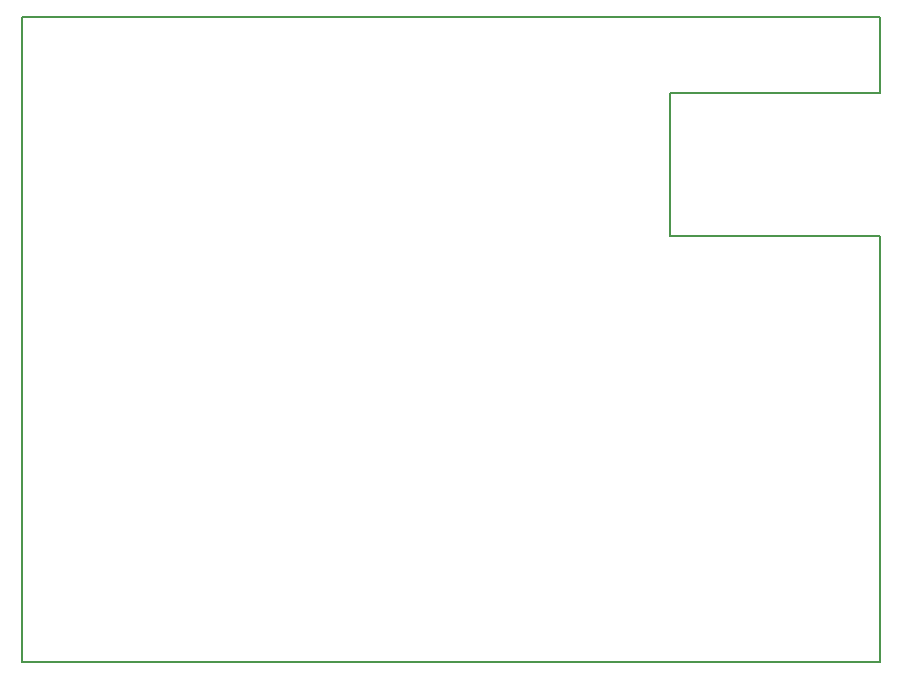
<source format=gbr>
G04 #@! TF.FileFunction,Paste,Bot*
%FSLAX46Y46*%
G04 Gerber Fmt 4.6, Leading zero omitted, Abs format (unit mm)*
G04 Created by KiCad (PCBNEW 4.0.2+dfsg1-stable) date Mon 24 Oct 2016 13:43:27 CEST*
%MOMM*%
G01*
G04 APERTURE LIST*
%ADD10C,0.100000*%
%ADD11C,0.150000*%
G04 APERTURE END LIST*
D10*
D11*
X72644000Y48196500D02*
X72644000Y54610000D01*
X72644000Y36068000D02*
X72644000Y0D01*
X54800500Y36068000D02*
X72644000Y36068000D01*
X54800500Y48196500D02*
X54800500Y36068000D01*
X72644000Y48196500D02*
X54800500Y48196500D01*
X72644000Y0D02*
X0Y0D01*
X0Y54610000D02*
X72644000Y54610000D01*
X0Y0D02*
X0Y54610000D01*
M02*

</source>
